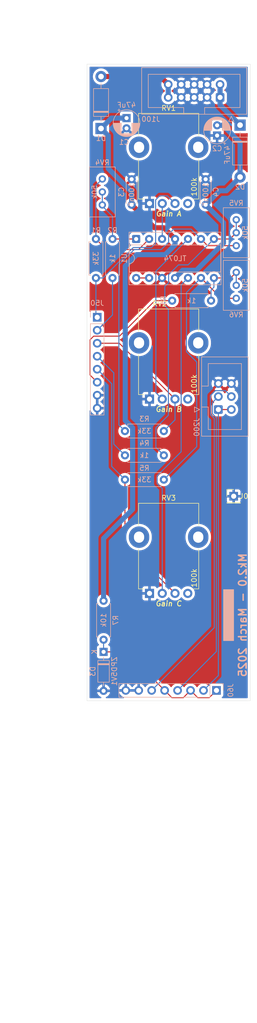
<source format=kicad_pcb>
(kicad_pcb (version 20241229) (generator "pcbnew") (generator_version "9.0")
  (title_block (rev "1") (company "DMH Instruments") (comment 1 "10cm Kosmo format synthesizer module PCB"))
  (layers (0 "F.Cu" signal) (2 "B.Cu" signal) (13 "F.Paste" user) (15 "B.Paste" user) (5 "F.SilkS" user "F.Silkscreen") (7 "B.SilkS" user "B.Silkscreen") (1 "F.Mask" user) (3 "B.Mask" user) (25 "Edge.Cuts" user))
  (net 0 "")
  (net 1 "+12V")
  (net 2 "GND")
  (net 3 "-12V")
  (net 4 "Net-(D1-A)")
  (net 5 "Net-(D2-K)")
  (net 6 "Net-(D3-K)")
  (net 7 "/Core Circuit/Att A Input")
  (net 8 "Net-(J200-Pin_2)")
  (net 9 "/Core Circuit/Att A Output")
  (net 10 "/Core Circuit/Att B Input")
  (net 11 "/Core Circuit/Att B Output")
  (net 12 "Net-(U1A--)")
  (net 13 "Net-(R2-Pad1)")
  (net 14 "Net-(U1B--)")
  (net 15 "Net-(R4-Pad1)")
  (net 16 "Net-(U1A-+)")
  (net 17 "Net-(U1B-+)")
  (net 18 "Net-(J200-Pin_1)")
  (net 19 "/Core Circuit/Att C Output")
  (net 20 "/Core Circuit/Att C Input")
  (net 21 "Net-(J200-Pin_5)")
  (net 22 "Net-(U1C--)")
  (net 23 "Net-(R6-Pad1)")
  (net 24 "Net-(U1C-+)")
  (net 25 "Net-(U1D--)")
  (footprint "SynthStuff:Potentiometer_TT_P110KH1" (layer "F.Cu") (at 80.5 146)
    (property "Reference" "RV3" (at 2.5 -18.65 0) (layer "F.SilkS"))
    (property "Value" "100k" (at 7.5 -3 90) (layer "F.SilkS"))
    (property "Function" "Gain C" (at 2.5 2 0) (layer "F.SilkS") (effects (font (thickness 0.2) (bold yes) (italic yes))))
    (pad "" thru_hole oval (at -3.3 -11) (size 4 4.2) (drill oval 2 2.2) (layers "*.Cu" "*.Mask"))
    (pad "" thru_hole circle (at 6.25 0) (size 1.8 1.8) (drill 1) (layers "*.Cu" "*.Mask"))
    (pad "" thru_hole oval (at 8.3 -11) (size 4 4.2) (drill oval 2 2.2) (layers "*.Cu" "*.Mask"))
    (pad "1" thru_hole rect (at -1.25 0) (size 1.8 1.8) (drill 1) (layers "*.Cu" "*.Mask") (net 2 "GND"))
    (pad "2" thru_hole circle (at 1.25 0) (size 1.8 1.8) (drill 1) (layers "*.Cu" "*.Mask") (net 24 "Net-(U1C-+)"))
    (pad "3" thru_hole circle (at 3.75 0) (size 1.8 1.8) (drill 1) (layers "*.Cu" "*.Mask") (net 20 "/Core Circuit/Att C Input"))
  )
  (footprint "SynthStuff:Potentiometer_TT_P110KH1" (layer "F.Cu") (at 80.5 69.75)
    (property "Reference" "RV1" (at 2.5 -18.65 0) (layer "F.SilkS"))
    (property "Value" "100k" (at 7.5 -3.25 90) (layer "F.SilkS"))
    (property "Function" "Gain A" (at 2.5 2 0) (layer "F.SilkS") (effects (font (thickness 0.2) (bold yes) (italic yes))))
    (pad "" thru_hole oval (at -3.3 -11) (size 4 4.2) (drill oval 2 2.2) (layers "*.Cu" "*.Mask"))
    (pad "" thru_hole circle (at 6.25 0) (size 1.8 1.8) (drill 1) (layers "*.Cu" "*.Mask"))
    (pad "" thru_hole oval (at 8.3 -11) (size 4 4.2) (drill oval 2 2.2) (layers "*.Cu" "*.Mask"))
    (pad "1" thru_hole rect (at -1.25 0) (size 1.8 1.8) (drill 1) (layers "*.Cu" "*.Mask") (net 2 "GND"))
    (pad "2" thru_hole circle (at 1.25 0) (size 1.8 1.8) (drill 1) (layers "*.Cu" "*.Mask") (net 16 "Net-(U1A-+)"))
    (pad "3" thru_hole circle (at 3.75 0) (size 1.8 1.8) (drill 1) (layers "*.Cu" "*.Mask") (net 7 "/Core Circuit/Att A Input"))
  )
  (footprint "Connector_PinHeader_2.54mm:PinHeader_1x01_P2.54mm_Vertical" (layer "F.Cu") (at 95.75 127)
    (property "Reference" "J0" (at 2 0 0) (layer "F.SilkS"))
    (property "Value" "Conn_01x01" (hide yes))
    (pad "1" thru_hole rect (at 0 0) (size 1.7 1.7) (drill 1) (layers "*.Cu" "*.Mask") (net 2 "GND"))
  )
  (footprint "SynthStuff:Potentiometer_TT_P110KH1" (layer "F.Cu") (at 80.5 108)
    (property "Reference" "RV2" (at 0.75 -18.65 0) (layer "F.SilkS"))
    (property "Value" "100k" (at 7.5 -3 90) (layer "F.SilkS"))
    (property "Function" "Gain B" (at 2.5 2 0) (layer "F.SilkS") (effects (font (thickness 0.2) (bold yes) (italic yes))))
    (pad "" thru_hole oval (at -3.3 -11) (size 4 4.2) (drill oval 2 2.2) (layers "*.Cu" "*.Mask"))
    (pad "" thru_hole circle (at 6.25 0) (size 1.8 1.8) (drill 1) (layers "*.Cu" "*.Mask"))
    (pad "" thru_hole oval (at 8.3 -11) (size 4 4.2) (drill oval 2 2.2) (layers "*.Cu" "*.Mask"))
    (pad "1" thru_hole rect (at -1.25 0) (size 1.8 1.8) (drill 1) (layers "*.Cu" "*.Mask") (net 2 "GND"))
    (pad "2" thru_hole circle (at 1.25 0) (size 1.8 1.8) (drill 1) (layers "*.Cu" "*.Mask") (net 17 "Net-(U1B-+)"))
    (pad "3" thru_hole circle (at 3.75 0) (size 1.8 1.8) (drill 1) (layers "*.Cu" "*.Mask") (net 10 "/Core Circuit/Att B Input"))
  )
  (footprint "Resistor_THT:R_Axial_DIN0207_L6.3mm_D2.5mm_P7.62mm_Horizontal" (layer "B.Cu") (at 82.06 119 180)
    (property "Reference" "R4" (at 3.81 2.37 0) (layer "B.SilkS") (effects (justify mirror)))
    (property "Value" "1k" (at 3.81 0 0) (layer "B.SilkS") (effects (justify mirror)))
    (pad "1" thru_hole circle (at 0 0 180) (size 1.6 1.6) (drill 0.8) (layers "*.Cu" "*.Mask") (net 15 "Net-(R4-Pad1)"))
    (pad "2" thru_hole oval (at 7.62 0 180) (size 1.6 1.6) (drill 0.8) (layers "*.Cu" "*.Mask") (net 11 "/Core Circuit/Att B Output"))
  )
  (footprint "Potentiometer_THT:Potentiometer_Bourns_3296W_Vertical" (layer "B.Cu") (at 70 64.95 90)
    (property "Reference" "RV4" (at 3.21 0 180) (layer "B.SilkS") (effects (justify mirror)))
    (property "Value" "50k" (at -2.55 -1.5 90) (layer "B.SilkS") (effects (justify mirror)))
    (pad "1" thru_hole circle (at 0 0 90) (size 1.44 1.44) (drill 0.8) (layers "*.Cu" "*.Mask") (net 12 "Net-(U1A--)"))
    (pad "2" thru_hole circle (at -2.54 0 90) (size 1.44 1.44) (drill 0.8) (layers "*.Cu" "*.Mask") (net 13 "Net-(R2-Pad1)"))
    (pad "3" thru_hole circle (at -5.08 0 90) (size 1.44 1.44) (drill 0.8) (layers "*.Cu" "*.Mask") (net 13 "Net-(R2-Pad1)"))
  )
  (footprint "Resistor_THT:R_Axial_DIN0207_L6.3mm_D2.5mm_P7.62mm_Horizontal" (layer "B.Cu") (at 91.31 88.75 180)
    (property "Reference" "R6" (at 9.31 0 90) (layer "B.SilkS") (effects (justify mirror)))
    (property "Value" "1k" (at 3.81 0 0) (layer "B.SilkS") (effects (justify mirror)))
    (pad "1" thru_hole circle (at 0 0 180) (size 1.6 1.6) (drill 0.8) (layers "*.Cu" "*.Mask") (net 23 "Net-(R6-Pad1)"))
    (pad "2" thru_hole oval (at 7.62 0 180) (size 1.6 1.6) (drill 0.8) (layers "*.Cu" "*.Mask") (net 19 "/Core Circuit/Att C Output"))
  )
  (footprint "Potentiometer_THT:Potentiometer_Bourns_3296W_Vertical" (layer "B.Cu") (at 96.25 88.29 -90)
    (property "Reference" "RV6" (at 3.21 0 180) (layer "B.SilkS") (effects (justify mirror)))
    (property "Value" "50k" (at -2.55 -1.75 90) (layer "B.SilkS") (effects (justify mirror)))
    (pad "1" thru_hole circle (at 0 0 270) (size 1.44 1.44) (drill 0.8) (layers "*.Cu" "*.Mask") (net 22 "Net-(U1C--)"))
    (pad "2" thru_hole circle (at -2.54 0 270) (size 1.44 1.44) (drill 0.8) (layers "*.Cu" "*.Mask") (net 23 "Net-(R6-Pad1)"))
    (pad "3" thru_hole circle (at -5.08 0 270) (size 1.44 1.44) (drill 0.8) (layers "*.Cu" "*.Mask") (net 23 "Net-(R6-Pad1)"))
  )
  (footprint "Connector_PinSocket_2.54mm:PinSocket_1x08_P2.54mm_Vertical" (layer "B.Cu") (at 69 92 180)
    (property "Reference" "J50" (at 0 2.77 0) (layer "B.SilkS") (effects (justify mirror)))
    (property "Value" "Conn_01x08" (hide yes))
    (pad "1" thru_hole rect (at 0 0 180) (size 1.7 1.7) (drill 1) (layers "*.Cu" "*.Mask") (net 7 "/Core Circuit/Att A Input"))
    (pad "2" thru_hole oval (at 0 -2.54 180) (size 1.7 1.7) (drill 1) (layers "*.Cu" "*.Mask") (net 9 "/Core Circuit/Att A Output"))
    (pad "3" thru_hole oval (at 0 -5.08 180) (size 1.7 1.7) (drill 1) (layers "*.Cu" "*.Mask") (net 10 "/Core Circuit/Att B Input"))
    (pad "4" thru_hole oval (at 0 -7.62 180) (size 1.7 1.7) (drill 1) (layers "*.Cu" "*.Mask") (net 11 "/Core Circuit/Att B Output"))
    (pad "5" thru_hole oval (at 0 -10.16 180) (size 1.7 1.7) (drill 1) (layers "*.Cu" "*.Mask") (net 20 "/Core Circuit/Att C Input"))
    (pad "6" thru_hole oval (at 0 -12.7 180) (size 1.7 1.7) (drill 1) (layers "*.Cu" "*.Mask") (net 19 "/Core Circuit/Att C Output"))
    (pad "7" thru_hole oval (at 0 -15.24 180) (size 1.7 1.7) (drill 1) (layers "*.Cu" "*.Mask") (net 2 "GND"))
    (pad "8" thru_hole oval (at 0 -17.78 180) (size 1.7 1.7) (drill 1) (layers "*.Cu" "*.Mask") (net 2 "GND"))
  )
  (footprint "Capacitor_THT:C_Disc_D4.3mm_W1.9mm_P5.00mm" (layer "B.Cu") (at 90.25 65 -90)
    (property "Reference" "C4" (at 2.5 -2 90) (layer "B.SilkS") (effects (justify mirror)))
    (property "Value" "100nF" (at 3 0 90) (layer "B.SilkS") (effects (justify mirror)))
    (pad "1" thru_hole circle (at 0 0 270) (size 1.6 1.6) (drill 0.8) (layers "*.Cu" "*.Mask") (net 2 "GND"))
    (pad "2" thru_hole circle (at 5 0 270) (size 1.6 1.6) (drill 0.8) (layers "*.Cu" "*.Mask") (net 3 "-12V"))
  )
  (footprint "Diode_THT:D_DO-35_SOD27_P7.62mm_Horizontal" (layer "B.Cu") (at 70.25 157.44 -90)
    (property "Reference" "D3" (at 3.81 2.12 90) (layer "B.SilkS") (effects (justify mirror)))
    (property "Value" "ZPD5V1" (at 3.81 -2.12 90) (layer "B.SilkS") (effects (justify mirror)))
    (fp_text user "K" (at 0 1.8 90) (layer "B.SilkS") (effects (justify mirror)))
    (pad "1" thru_hole rect (at 0 0 270) (size 1.6 1.6) (drill 0.8) (layers "*.Cu" "*.Mask") (net 6 "Net-(D3-K)"))
    (pad "2" thru_hole oval (at 7.62 0 270) (size 1.6 1.6) (drill 0.8) (layers "*.Cu" "*.Mask") (net 2 "GND"))
  )
  (footprint "Resistor_THT:R_Axial_DIN0207_L6.3mm_D2.5mm_P7.62mm_Horizontal" (layer "B.Cu") (at 70.25 155.06 90)
    (property "Reference" "R7" (at 3.81 2.37 90) (layer "B.SilkS") (effects (justify mirror)))
    (property "Value" "10k" (at 3.81 0 90) (layer "B.SilkS") (effects (justify mirror)))
    (pad "1" thru_hole circle (at 0 0 90) (size 1.6 1.6) (drill 0.8) (layers "*.Cu" "*.Mask") (net 6 "Net-(D3-K)"))
    (pad "2" thru_hole oval (at 7.62 0 90) (size 1.6 1.6) (drill 0.8) (layers "*.Cu" "*.Mask") (net 1 "+12V"))
  )
  (footprint "Diode_THT:D_DO-41_SOD81_P10.16mm_Horizontal" (layer "B.Cu") (at 97 54.42 -90)
    (property "Reference" "D2" (at 12.08 0 180) (layer "B.SilkS") (effects (justify mirror)))
    (property "Value" "SB140-")
    (pad "1" thru_hole rect (at 0 0 270) (size 2.2 2.2) (drill 1.1) (layers "*.Cu" "*.Mask") (net 5 "Net-(D2-K)"))
    (pad "2" thru_hole oval (at 10.16 0 270) (size 2.2 2.2) (drill 1.1) (layers "*.Cu" "*.Mask") (net 3 "-12V"))
  )
  (footprint "Resistor_THT:R_Axial_DIN0207_L6.3mm_D2.5mm_P7.62mm_Horizontal" (layer "B.Cu") (at 72 76.69 -90)
    (property "Reference" "R2" (at -1.69 0 180) (layer "B.SilkS") (effects (justify mirror)))
    (property "Value" "1k" (at 3.81 0 90) (layer "B.SilkS") (effects (justify mirror)))
    (pad "1" thru_hole circle (at 0 0 270) (size 1.6 1.6) (drill 0.8) (layers "*.Cu" "*.Mask") (net 13 "Net-(R2-Pad1)"))
    (pad "2" thru_hole oval (at 7.62 0 270) (size 1.6 1.6) (drill 0.8) (layers "*.Cu" "*.Mask") (net 9 "/Core Circuit/Att A Output"))
  )
  (footprint "Potentiometer_THT:Potentiometer_Bourns_3296W_Vertical" (layer "B.Cu") (at 96.25 78 -90)
    (property "Reference" "RV5" (at -8.33 0 180) (layer "B.SilkS") (effects (justify mirror)))
    (property "Value" "50k" (at -2.55 -1.75 90) (layer "B.SilkS") (effects (justify mirror)))
    (pad "1" thru_hole circle (at 0 0 270) (size 1.44 1.44) (drill 0.8) (layers "*.Cu" "*.Mask") (net 14 "Net-(U1B--)"))
    (pad "2" thru_hole circle (at -2.54 0 270) (size 1.44 1.44) (drill 0.8) (layers "*.Cu" "*.Mask") (net 15 "Net-(R4-Pad1)"))
    (pad "3" thru_hole circle (at -5.08 0 270) (size 1.44 1.44) (drill 0.8) (layers "*.Cu" "*.Mask") (net 15 "Net-(R4-Pad1)"))
  )
  (footprint "Package_DIP:DIP-14_W7.62mm_Socket" (layer "B.Cu") (at 76.635 76.69 -90)
    (property "Reference" "U1" (at 3.81 2.33 90) (layer "B.SilkS") (effects (justify mirror)))
    (property "Value" "TL074" (at 3.81 -7.62 0) (layer "B.SilkS") (effects (justify mirror)))
    (pad "1" thru_hole roundrect (at 0 0 270) (size 1.6 1.6) (drill 0.8) (layers "*.Cu" "*.Mask") (roundrect_rratio 0.15625) (net 13 "Net-(R2-Pad1)"))
    (pad "2" thru_hole circle (at 0 -2.54 270) (size 1.6 1.6) (drill 0.8) (layers "*.Cu" "*.Mask") (net 12 "Net-(U1A--)"))
    (pad "3" thru_hole circle (at 0 -5.08 270) (size 1.6 1.6) (drill 0.8) (layers "*.Cu" "*.Mask") (net 16 "Net-(U1A-+)"))
    (pad "4" thru_hole circle (at 0 -7.62 270) (size 1.6 1.6) (drill 0.8) (layers "*.Cu" "*.Mask") (net 1 "+12V"))
    (pad "5" thru_hole circle (at 0 -10.16 270) (size 1.6 1.6) (drill 0.8) (layers "*.Cu" "*.Mask") (net 17 "Net-(U1B-+)"))
    (pad "6" thru_hole circle (at 0 -12.7 270) (size 1.6 1.6) (drill 0.8) (layers "*.Cu" "*.Mask") (net 14 "Net-(U1B--)"))
    (pad "7" thru_hole circle (at 0 -15.24 270) (size 1.6 1.6) (drill 0.8) (layers "*.Cu" "*.Mask") (net 15 "Net-(R4-Pad1)"))
    (pad "8" thru_hole circle (at 7.62 -15.24 270) (size 1.6 1.6) (drill 0.8) (layers "*.Cu" "*.Mask") (net 23 "Net-(R6-Pad1)"))
    (pad "9" thru_hole circle (at 7.62 -12.7 270) (size 1.6 1.6) (drill 0.8) (layers "*.Cu" "*.Mask") (net 22 "Net-(U1C--)"))
    (pad "10" thru_hole circle (at 7.62 -10.16 270) (size 1.6 1.6) (drill 0.8) (layers "*.Cu" "*.Mask") (net 24 "Net-(U1C-+)"))
    (pad "11" thru_hole circle (at 7.62 -7.62 270) (size 1.6 1.6) (drill 0.8) (layers "*.Cu" "*.Mask") (net 3 "-12V"))
    (pad "12" thru_hole circle (at 7.62 -5.08 270) (size 1.6 1.6) (drill 0.8) (layers "*.Cu" "*.Mask") (net 2 "GND"))
    (pad "13" thru_hole circle (at 7.62 -2.54 270) (size 1.6 1.6) (drill 0.8) (layers "*.Cu" "*.Mask") (net 25 "Net-(U1D--)"))
    (pad "14" thru_hole circle (at 7.62 0 270) (size 1.6 1.6) (drill 0.8) (layers "*.Cu" "*.Mask") (net 25 "Net-(U1D--)"))
  )
  (footprint "Diode_THT:D_DO-41_SOD81_P10.16mm_Horizontal" (layer "B.Cu") (at 69.75 55.08 90)
    (property "Reference" "D1" (at -1.92 0 180) (layer "B.SilkS") (effects (justify mirror)))
    (property "Value" "SB140+")
    (pad "1" thru_hole rect (at 0 0 90) (size 2.2 2.2) (drill 1.1) (layers "*.Cu" "*.Mask") (net 1 "+12V"))
    (pad "2" thru_hole oval (at 10.16 0 90) (size 2.2 2.2) (drill 1.1) (layers "*.Cu" "*.Mask") (net 4 "Net-(D1-A)"))
  )
  (footprint "Resistor_THT:R_Axial_DIN0207_L6.3mm_D2.5mm_P7.62mm_Horizontal" (layer "B.Cu") (at 82.06 114.25 180)
    (property "Reference" "R3" (at 3.81 2.37 0) (layer "B.SilkS") (effects (justify mirror)))
    (property "Value" "33k" (at 3.81 0 0) (layer "B.SilkS") (effects (justify mirror)))
    (pad "1" thru_hole circle (at 0 0 180) (size 1.6 1.6) (drill 0.8) (layers "*.Cu" "*.Mask") (net 10 "/Core Circuit/Att B Input"))
    (pad "2" thru_hole oval (at 7.62 0 180) (size 1.6 1.6) (drill 0.8) (layers "*.Cu" "*.Mask") (net 14 "Net-(U1B--)"))
  )
  (footprint "Resistor_THT:R_Axial_DIN0207_L6.3mm_D2.5mm_P7.62mm_Horizontal" (layer "B.Cu") (at 74.44 123.75)
    (property "Reference" "R5" (at 3.81 -2.25 0) (layer "B.SilkS") (effects (justify mirror)))
    (property "Value" "33k" (at 3.81 0 0) (layer "B.SilkS") (effects (justify mirror)))
    (pad "1" thru_hole circle (at 0 0) (size 1.6 1.6) (drill 0.8) (layers "*.Cu" "*.Mask") (net 20 "/Core Circuit/Att C Input"))
    (pad "2" thru_hole oval (at 7.62 0) (size 1.6 1.6) (drill 0.8) (layers "*.Cu" "*.Mask") (net 22 "Net-(U1C--)"))
  )
  (footprint "Capacitor_THT:CP_Radial_D5.0mm_P2.00mm" (layer "B.Cu") (at 92.5 56.455113 90)
    (property "Reference" "C2" (at -2.544887 0 180) (layer "B.SilkS") (effects (justify mirror)))
    (property "Value" "47uF" (at -3.794887 2 270) (layer "B.SilkS") (effects (justify mirror)))
    (pad "1" thru_hole rect (at 0 0 90) (size 1.6 1.6) (drill 0.8) (layers "*.Cu" "*.Mask") (net 2 "GND"))
    (pad "2" thru_hole circle (at 2 0 90) (size 1.6 1.6) (drill 0.8) (layers "*.Cu" "*.Mask") (net 3 "-12V"))
  )
  (footprint "Capacitor_THT:C_Disc_D4.3mm_W1.9mm_P5.00mm" (layer "B.Cu") (at 75.75 70 90)
    (property "Reference" "C3" (at 2.5 -2 90) (layer "B.SilkS") (effects (justify mirror)))
    (property "Value" "100nF" (at 2 0 90) (layer "B.SilkS") (effects (justify mirror)))
    (pad "1" thru_hole circle (at 0 0 90) (size 1.6 1.6) (drill 0.8) (layers "*.Cu" "*.Mask") (net 1 "+12V"))
    (pad "2" thru_hole circle (at 5 0 90) (size 1.6 1.6) (drill 0.8) (layers "*.Cu" "*.Mask") (net 2 "GND"))
  )
  (footprint "Resistor_THT:R_Axial_DIN0207_L6.3mm_D2.5mm_P7.62mm_Horizontal" (layer "B.Cu") (at 68.75 84.31 90)
    (property "Reference" "R1" (at 9.31 0 180) (layer "B.SilkS") (effects (justify mirror)))
    (property "Value" "33k" (at 3.81 0 90) (layer "B.SilkS") (effects (justify mirror)))
    (pad "1" thru_hole circle (at 0 0 90) (size 1.6 1.6) (drill 0.8) (layers "*.Cu" "*.Mask") (net 7 "/Core Circuit/Att A Input"))
    (pad "2" thru_hole oval (at 7.62 0 90) (size 1.6 1.6) (drill 0.8) (layers "*.Cu" "*.Mask") (net 12 "Net-(U1A--)"))
  )
  (footprint "SynthStuff:IDC-Header_2x05_P2.54mm_Vertical_Eurorack" (layer "B.Cu") (at 93.08 49.0025 90)
    (property "Reference" "J100" (at -4.2475 -13.58 0) (layer "B.SilkS") (effects (justify mirror)))
    (property "Value" "IDC_02x05")
    (pad "1a" thru_hole roundrect (at 0 0 90) (size 1.7 1.7) (drill 1) (layers "*.Cu" "*.Mask") (roundrect_rratio 0.147059) (net 5 "Net-(D2-K)"))
    (pad "1b" thru_hole circle (at 2.54 0 90) (size 1.7 1.7) (drill 1) (layers "*.Cu" "*.Mask") (net 5 "Net-(D2-K)"))
    (pad "2a" thru_hole circle (at 0 -2.54 90) (size 1.7 1.7) (drill 1) (layers "*.Cu" "*.Mask") (net 2 "GND"))
    (pad "2b" thru_hole circle (at 2.54 -2.54 90) (size 1.7 1.7) (drill 1) (layers "*.Cu" "*.Mask") (net 2 "GND"))
    (pad "3a" thru_hole circle (at 0 -5.08 90) (size 1.7 1.7) (drill 1) (layers "*.Cu" "*.Mask") (net 2 "GND"))
    (pad "3b" thru_hole circle (at 2.54 -5.08 90) (size 1.7 1.7) (drill 1) (layers "*.Cu" "*.Mask") (net 2 "GND"))
    (pad "4a" thru_hole circle (at 0 -7.62 90) (size 1.7 1.7) (drill 1) (layers "*.Cu" "*.Mask") (net 2 "GND"))
    (pad "4b" thru_hole circle (at 2.54 -7.62 90) (size 1.7 1.7) (drill 1) (layers "*.Cu" "*.Mask") (net 2 "GND"))
    (pad "5a" thru_hole circle (at 0 -10.16 90) (size 1.7 1.7) (drill 1) (layers "*.Cu" "*.Mask") (net 4 "Net-(D1-A)"))
    (pad "5b" thru_hole circle (at 2.54 -10.16 90) (size 1.7 1.7) (drill 1) (layers "*.Cu" "*.Mask") (net 4 "Net-(D1-A)"))
  )
  (footprint "Connector_PinSocket_2.54mm:PinSocket_1x08_P2.54mm_Vertical" (layer "B.Cu") (at 92.375 164.975 90)
    (property "Reference" "J60" (at 0 2.77 90) (layer "B.SilkS") (effects (justify mirror)))
    (property "Value" "Conn_01x08" (hide yes))
    (pad "1" thru_hole rect (at 0 0 90) (size 1.7 1.7) (drill 1) (layers "*.Cu" "*.Mask") (net 6 "Net-(D3-K)"))
    (pad "2" thru_hole oval (at 0 -2.54 90) (size 1.7 1.7) (drill 1) (layers "*.Cu" "*.Mask") (net 18 "Net-(J200-Pin_1)"))
    (pad "3" thru_hole oval (at 0 -5.08 90) (size 1.7 1.7) (drill 1) (layers "*.Cu" "*.Mask") (net 6 "Net-(D3-K)"))
    (pad "4" thru_hole oval (at 0 -7.62 90) (size 1.7 1.7) (drill 1) (layers "*.Cu" "*.Mask") (net 8 "Net-(J200-Pin_2)"))
    (pad "5" thru_hole oval (at 0 -10.16 90) (size 1.7 1.7) (drill 1) (layers "*.Cu" "*.Mask") (net 6 "Net-(D3-K)"))
    (pad "6" thru_hole oval (at 0 -12.7 90) (size 1.7 1.7) (drill 1) (layers "*.Cu" "*.Mask") (net 21 "Net-(J200-Pin_5)"))
    (pad "7" thru_hole oval (at 0 -15.24 90) (size 1.7 1.7) (drill 1) (layers "*.Cu" "*.Mask") (net 2 "GND"))
    (pad "8" thru_hole oval (at 0 -17.78 90) (size 1.7 1.7) (drill 1) (layers "*.Cu" "*.Mask") (net 2 "GND"))
  )
  (footprint "Capacitor_THT:CP_Radial_D5.0mm_P2.00mm" (layer "B.Cu") (at 74.75 53.044888 -90)
    (property "Reference" "C1" (at 4.705112 0.5 180) (layer "B.SilkS") (effects (justify mirror)))
    (property "Value" "47uF" (at -2.544888 0 180) (layer "B.SilkS") (effects (justify mirror)))
    (pad "1" thru_hole rect (at 0 0 270) (size 1.6 1.6) (drill 0.8) (layers "*.Cu" "*.Mask") (net 1 "+12V"))
    (pad "2" thru_hole circle (at 2 0 270) (size 1.6 1.6) (drill 0.8) (layers "*.Cu" "*.Mask") (net 2 "GND"))
  )
  (footprint "SynthStuff:IDC-Header_2x03_P2.54mm_Vertical_BackBone" (layer "B.Cu") (at 92.7475 110.045)
    (property "Reference" "J200" (at -4.2475 3.455 90) (layer "B.SilkS") (effects (justify mirror)))
    (property "Value" "BackBone_Connector_6pin" (hide yes))
    (pad "1" thru_hole roundrect (at 0 0) (size 1.7 1.7) (drill 1) (layers "*.Cu" "*.Mask") (roundrect_rratio 0.147059) (net 18 "Net-(J200-Pin_1)"))
    (pad "2" thru_hole circle (at 0 -2.54) (size 1.7 1.7) (drill 1) (layers "*.Cu" "*.Mask") (net 8 "Net-(J200-Pin_2)"))
    (pad "3" thru_hole circle (at 0 -5.08) (size 1.7 1.7) (drill 1) (layers "*.Cu" "*.Mask") (net 2 "GND"))
    (pad "4" thru_hole circle (at 2.54 0) (size 1.7 1.7) (drill 1) (layers "*.Cu" "*.Mask") (net 18 "Net-(J200-Pin_1)"))
    (pad "5" thru_hole circle (at 2.54 -2.54) (size 1.7 1.7) (drill 1) (layers "*.Cu" "*.Mask") (net 21 "Net-(J200-Pin_5)"))
    (pad "6" thru_hole circle (at 2.54 -5.08) (size 1.7 1.7) (drill 1) (layers "*.Cu" "*.Mask") (net 2 "GND"))
  )
  (gr_rect (start 93.75 145.25) (end 95.75 155.25) (stroke (width 0.1)) (fill yes) (layer "B.SilkS"))
  (gr_rect (start 67 42.5) (end 99 167) (stroke (width 0.05)) (fill no) (layer "Edge.Cuts"))
  (gr_text "Mk2.0 - March 2025" (at 97.5 150.25 90) (layer "B.SilkS") (effects (font (size 1.5 1.5) (thickness 0.3) (bold yes)) (justify mirror)))
  (segment (start 82.065 74.5) (end 84.255 76.69) (width 1) (layer "F.Cu") (net 1))
  (segment (start 80.25 74.5) (end 82.065 74.5) (width 1) (layer "F.Cu") (net 1))
  (segment (start 75.75 70) (end 80.25 74.5) (width 1) (layer "F.Cu") (net 1))
  (segment (start 74.499 112.186265) (end 75.941 113.628265) (width 1) (layer "B.Cu") (net 1))
  (segment (start 76.75 79.75) (end 74.499 82.001) (width 1) (layer "B.Cu") (net 1))
  (segment (start 75.75 67.5) (end 75.75 70) (width 1) (layer "B.Cu") (net 1))
  (segment (start 74.499 82.001) (end 74.499 112.186265) (width 1) (layer "B.Cu") (net 1))
  (segment (start 69.75 55.08) (end 71.785112 53.044888) (width 1) (layer "B.Cu") (net 1))
  (segment (start 84.255 77.82137) (end 82.32637 79.75) (width 1) (layer "B.Cu") (net 1))
  (segment (start 71.171 62.921) (end 75.75 67.5) (width 1) (layer "B.Cu") (net 1))
  (segment (start 82.32637 79.75) (end 76.75 79.75) (width 1) (layer "B.Cu") (net 1))
  (segment (start 71.785112 53.044888) (end 74.75 53.044888) (width 1) (layer "B.Cu") (net 1))
  (segment (start 75.941 113.628265) (end 75.941 129.559) (width 1) (layer "B.Cu") (net 1))
  (segment (start 84.255 76.69) (end 84.255 77.82137) (width 1) (layer "B.Cu") (net 1))
  (segment (start 70.25 135.25) (end 70.25 147.44) (width 1) (layer "B.Cu") (net 1))
  (segment (start 71.171 56.501) (end 71.171 62.921) (width 1) (layer "B.Cu") (net 1))
  (segment (start 75.941 129.559) (end 70.25 135.25) (width 1) (layer "B.Cu") (net 1))
  (segment (start 69.75 55.08) (end 71.171 56.501) (width 1) (layer "B.Cu") (net 1))
  (segment (start 94.33 67.25) (end 93 67.25) (width 1) (layer "B.Cu") (net 3))
  (segment (start 93.63137 54.455113) (end 97 57.823743) (width 1) (layer "B.Cu") (net 3))
  (segment (start 88.441 82.809) (end 85.756 82.809) (width 1) (layer "B.Cu") (net 3))
  (segment (start 97 64.58) (end 94.33 67.25) (width 1) (layer "B.Cu") (net 3))
  (segment (start 92.5 54.455113) (end 93.63137 54.455113) (width 1) (layer "B.Cu") (net 3))
  (segment (start 97 57.823743) (end 97 64.58) (width 1) (layer "B.Cu") (net 3))
  (segment (start 93.75 73.5) (end 93.75 77.5) (width 1) (layer "B.Cu") (net 3))
  (segment (start 93 67.25) (end 90.25 70) (width 1) (layer "B.Cu") (net 3))
  (segment (start 85.756 82.809) (end 84.255 84.31) (width 1) (layer "B.Cu") (net 3))
  (segment (start 90.25 70) (end 93.75 73.5) (width 1) (layer "B.Cu") (net 3))
  (segment (start 93.75 77.5) (end 88.441 82.809) (width 1) (layer "B.Cu") (net 3))
  (segment (start 69.75 44.92) (end 81.3775 44.92) (width 1) (layer "F.Cu") (net 4))
  (segment (start 81.3775 44.92) (end 82.92 46.4625) (width 1) (layer "F.Cu") (net 4))
  (segment (start 82.92 49.0025) (end 82.92 46.4625) (width 1) (layer "B.Cu") (net 4))
  (segment (start 93.08 49.0025) (end 93.08 46.4625) (width 1) (layer "B.Cu") (net 5))
  (segment (start 93.08 49.0025) (end 93.08 50.5) (width 1) (layer "B.Cu") (net 5))
  (segment (start 93.08 50.5) (end 97 54.42) (width 1) (layer "B.Cu") (net 5))
  (segment (start 88.719 166.399) (end 90.951 166.399) (width 0.2) (layer "F.Cu") (net 6))
  (segment (start 82.215 164.975) (end 83.639 166.399) (width 0.2) (layer "F.Cu") (net 6))
  (segment (start 87.295 164.975) (end 88.719 166.399) (width 0.2) (layer "F.Cu") (net 6))
  (segment (start 90.951 166.399) (end 92.375 164.975) (width 0.2) (layer "F.Cu") (net 6))
  (segment (start 74.68 157.44) (end 82.215 164.975) (width 0.2) (layer "F.Cu") (net 6))
  (segment (start 70.25 157.44) (end 74.68 157.44) (width 0.2) (layer "F.Cu") (net 6))
  (segment (start 83.639 166.399) (end 85.871 166.399) (width 0.2) (layer "F.Cu") (net 6))
  (segment (start 85.871 166.399) (end 87.295 164.975) (width 0.2) (layer "F.Cu") (net 6))
  (segment (start 70.25 157.44) (end 70.25 155.06) (width 0.2) (layer "B.Cu") (net 6))
  (segment (start 80.451 77.549) (end 79.651 78.349) (width 0.2) (layer "B.Cu") (net 7))
  (segment (start 82.75 68.25) (end 81.25 68.25) (width 0.2) (layer "B.Cu") (net 7))
  (segment (start 76.0839 78.349) (end 70.1229 84.31) (width 0.2) (layer "B.Cu") (net 7))
  (segment (start 68.75 84.31) (end 68.75 91.75) (width 0.2) (layer "B.Cu") (net 7))
  (segment (start 84.25 69.75) (end 82.75 68.25) (width 0.2) (layer "B.Cu") (net 7))
  (segment (start 80.451 69.049) (end 80.451 77.549) (width 0.2) (layer "B.Cu") (net 7))
  (segment (start 79.651 78.349) (end 76.0839 78.349) (width 0.2) (layer "B.Cu") (net 7))
  (segment (start 68.75 91.75) (end 69 92) (width 0.2) (layer "B.Cu") (net 7))
  (segment (start 81.25 68.25) (end 80.451 69.049) (width 0.2) (layer "B.Cu") (net 7))
  (segment (start 70.1229 84.31) (end 68.75 84.31) (width 0.2) (layer "B.Cu") (net 7))
  (segment (start 92.3465 157.3835) (end 84.755 164.975) (width 0.2) (layer "B.Cu") (net 8))
  (segment (start 92.7475 107.505) (end 91.5965 108.656) (width 0.2) (layer "B.Cu") (net 8))
  (segment (start 92.3465 111.63016) (end 92.3465 157.3835) (width 0.2) (layer "B.Cu") (net 8))
  (segment (start 91.5965 108.656) (end 91.5965 110.88016) (width 0.2) (layer "B.Cu") (net 8))
  (segment (start 91.5965 110.88016) (end 92.3465 111.63016) (width 0.2) (layer "B.Cu") (net 8))
  (segment (start 72 84.31) (end 72 91.54) (width 0.2) (layer "B.Cu") (net 9))
  (segment (start 72 91.54) (end 69 94.54) (width 0.2) (layer "B.Cu") (net 9))
  (segment (start 73.33 97.08) (end 84.25 108) (width 0.2) (layer "F.Cu") (net 10))
  (segment (start 69 97.08) (end 73.33 97.08) (width 0.2) (layer "F.Cu") (net 10))
  (segment (start 82.06 114.25) (end 84.25 112.06) (width 0.2) (layer "B.Cu") (net 10))
  (segment (start 84.25 112.06) (end 84.25 108) (width 0.2) (layer "B.Cu") (net 10))
  (segment (start 72.25 102.87) (end 72.25 116.81) (width 0.2) (layer "B.Cu") (net 11))
  (segment (start 69 99.62) (end 72.25 102.87) (width 0.2) (layer "B.Cu") (net 11))
  (segment (start 72.25 116.81) (end 74.44 119) (width 0.2) (layer "B.Cu") (net 11))
  (segment (start 70.81 78.75) (end 77.115 78.75) (width 0.2) (layer "F.Cu") (net 12))
  (segment (start 77.115 78.75) (end 79.175 76.69) (width 0.2) (layer "F.Cu") (net 12))
  (segment (start 68.75 76.69) (end 70.81 78.75) (width 0.2) (layer "F.Cu") (net 12))
  (segment (start 68.75 66.2) (end 70 64.95) (width 0.2) (layer "B.Cu") (net 12))
  (segment (start 68.75 76.69) (end 68.75 66.2) (width 0.2) (layer "B.Cu") (net 12))
  (segment (start 72 76.69) (end 76.635 76.69) (width 0.2) (layer "F.Cu") (net 13))
  (segment (start 70 70.25) (end 72 72.25) (width 0.2) (layer "B.Cu") (net 13))
  (segment (start 70 70.03) (end 70 67.49) (width 0.2) (layer "B.Cu") (net 13))
  (segment (start 70 70.03) (end 70 70.25) (width 0.2) (layer "B.Cu") (net 13))
  (segment (start 72 72.25) (end 72 76.69) (width 0.2) (layer "B.Cu") (net 13))
  (segment (start 90.645 78) (end 96.25 78) (width 0.2) (layer "F.Cu") (net 14))
  (segment (start 89.335 76.69) (end 90.645 78) (width 0.2) (layer "F.Cu") (net 14))
  (segment (start 83 75.75) (end 84 74.75) (width 0.2) (layer "B.Cu") (net 14))
  (segment (start 87.395 74.75) (end 89.335 76.69) (width 0.2) (layer "B.Cu") (net 14))
  (segment (start 76.25 78.75) (end 81.55005 78.75) (width 0.2) (layer "B.Cu") (net 14))
  (segment (start 81.55005 78.75) (end 83 77.30005) (width 0.2) (layer "B.Cu") (net 14))
  (segment (start 83 77.30005) (end 83 75.75) (width 0.2) (layer "B.Cu") (net 14))
  (segment (start 74.44 114.25) (end 73.25 113.06) (width 0.2) (layer "B.Cu") (net 14))
  (segment (start 84 74.75) (end 87.395 74.75) (width 0.2) (layer "B.Cu") (net 14))
  (segment (start 73.25 113.06) (end 73.25 81.75) (width 0.2) (layer "B.Cu") (net 14))
  (segment (start 73.25 81.75) (end 76.25 78.75) (width 0.2) (layer "B.Cu") (net 14))
  (segment (start 91.875 76.69) (end 95.02 76.69) (width 0.2) (layer "F.Cu") (net 15))
  (segment (start 95.02 76.69) (end 96.25 75.46) (width 0.2) (layer "F.Cu") (net 15))
  (segment (start 96.25 75.46) (end 96.25 72.92) (width 0.2) (layer "B.Cu") (net 15))
  (segment (start 80.5 113.611966) (end 80.5 117.44) (width 0.2) (layer "B.Cu") (net 15))
  (segment (start 82.951 111.160966) (end 80.5 113.611966) (width 0.2) (layer "B.Cu") (net 15))
  (segment (start 82.951 90.451) (end 82.951 111.160966) (width 0.2) (layer "B.Cu") (net 15))
  (segment (start 84.91995 81.75) (end 83 83.66995) (width 0.2) (layer "B.Cu") (net 15))
  (segment (start 80.5 117.44) (end 82.06 119) (width 0.2) (layer "B.Cu") (net 15))
  (segment (start 91.875 76.69) (end 86.815 81.75) (width 0.2) (layer "B.Cu") (net 15))
  (segment (start 82.25 89.75) (end 82.951 90.451) (width 0.2) (layer "B.Cu") (net 15))
  (segment (start 83 83.66995) (end 83 85.25) (width 0.2) (layer "B.Cu") (net 15))
  (segment (start 82.25 86) (end 82.25 89.75) (width 0.2) (layer "B.Cu") (net 15))
  (segment (start 83 85.25) (end 82.25 86) (width 0.2) (layer "B.Cu") (net 15))
  (segment (start 86.815 81.75) (end 84.91995 81.75) (width 0.2) (layer "B.Cu") (net 15))
  (segment (start 81.75 76.655) (end 81.715 76.69) (width 0.2) (layer "B.Cu") (net 16))
  (segment (start 81.75 69.75) (end 81.75 76.655) (width 0.2) (layer "B.Cu") (net 16))
  (segment (start 86.795 76.69) (end 80.5 82.985) (width 0.2) (layer "B.Cu") (net 17))
  (segment (start 80.5 106.75) (end 81.75 108) (width 0.2) (layer "B.Cu") (net 17))
  (segment (start 80.5 82.985) (end 80.5 106.75) (width 0.2) (layer "B.Cu") (net 17))
  (segment (start 92.7475 110.045) (end 95.2875 110.045) (width 0.2) (layer "F.Cu") (net 18))
  (segment (start 92.7475 162.0625) (end 89.835 164.975) (width 0.2) (layer "B.Cu") (net 18))
  (segment (start 92.7475 110.045) (end 92.7475 162.0625) (width 0.2) (layer "B.Cu") (net 18))
  (segment (start 69 104.7) (end 67.601 103.301) (width 0.2) (layer "F.Cu") (net 19))
  (segment (start 68.309 95.691) (end 73.369062 95.691) (width 0.2) (layer "F.Cu") (net 19))
  (segment (start 67.601 103.301) (end 67.601 96.399) (width 0.2) (layer "F.Cu") (net 19))
  (segment (start 67.601 96.399) (end 68.309 95.691) (width 0.2) (layer "F.Cu") (net 19))
  (segment (start 80.310062 88.75) (end 83.69 88.75) (width 0.2) (layer "F.Cu") (net 19))
  (segment (start 73.369062 95.691) (end 80.310062 88.75) (width 0.2) (layer "F.Cu") (net 19))
  (segment (start 74.44 123.75) (end 74.44 136.19) (width 0.2) (layer "F.Cu") (net 20))
  (segment (start 74.44 136.19) (end 84.25 146) (width 0.2) (layer "F.Cu") (net 20))
  (segment (start 71.849 105.009) (end 71.849 121.159) (width 0.2) (layer "B.Cu") (net 20))
  (segment (start 71.849 121.159) (end 74.44 123.75) (width 0.2) (layer "B.Cu") (net 20))
  (segment (start 69 102.16) (end 71.849 105.009) (width 0.2) (layer "B.Cu") (net 20))
  (segment (start 95.2875 107.505) (end 94.1365 106.354) (width 0.2) (layer "B.Cu") (net 21))
  (segment (start 91.9455 152.7045) (end 79.675 164.975) (width 0.2) (layer "B.Cu") (net 21))
  (segment (start 94.1365 106.354) (end 92.146 106.354) (width 0.2) (layer "B.Cu") (net 21))
  (segment (start 92.146 106.354) (end 91.1955 107.3045) (width 0.2) (layer "B.Cu") (net 21))
  (segment (start 91.1955 107.3045) (end 91.1955 111.04626) (width 0.2) (layer "B.Cu") (net 21))
  (segment (start 91.1955 111.04626) (end 91.9455 111.79626) (width 0.2) (layer "B.Cu") (net 21))
  (segment (start 91.9455 111.79626) (end 91.9455 152.7045) (width 0.2) (layer "B.Cu") (net 21))
  (segment (start 89.335 84.31) (end 93.315 88.29) (width 0.2) (layer "F.Cu") (net 22))
  (segment (start 93.315 88.29) (end 96.25 88.29) (width 0.2) (layer "F.Cu") (net 22))
  (segment (start 82.06 123.75) (end 88.5 117.31) (width 0.2) (layer "B.Cu") (net 22))
  (segment (start 88.5 100.75) (end 86.499 98.749) (width 0.2) (layer "B.Cu") (net 22))
  (segment (start 86.499 98.749) (end 86.499 87.146) (width 0.2) (layer "B.Cu") (net 22))
  (segment (start 88.5 117.31) (end 88.5 100.75) (width 0.2) (layer "B.Cu") (net 22))
  (segment (start 86.499 87.146) (end 89.335 84.31) (width 0.2) (layer "B.Cu") (net 22))
  (segment (start 91.875 84.31) (end 95.15 84.31) (width 0.2) (layer "F.Cu") (net 23))
  (segment (start 95.15 84.31) (end 96.25 83.21) (width 0.2) (layer "F.Cu") (net 23))
  (segment (start 91.875 86.125) (end 91.875 84.31) (width 0.2) (layer "B.Cu") (net 23))
  (segment (start 91.31 88.75) (end 91.31 86.69) (width 0.2) (layer "B.Cu") (net 23))
  (segment (start 96.25 85.75) (end 96.25 83.21) (width 0.2) (layer "B.Cu") (net 23))
  (segment (start 91.31 86.69) (end 91.875 86.125) (width 0.2) (layer "B.Cu") (net 23))
  (segment (start 80.75 124.5) (end 81.75 125.5) (width 0.2) (layer "B.Cu") (net 24))
  (segment (start 86.795 84.31) (end 85.451 85.654) (width 0.2) (layer "B.Cu") (net 24))
  (segment (start 85.451 118.299) (end 80.75 123) (width 0.2) (layer "B.Cu") (net 24))
  (segment (start 85.451 85.654) (end 85.451 118.299) (width 0.2) (layer "B.Cu") (net 24))
  (segment (start 80.75 123) (end 80.75 124.5) (width 0.2) (layer "B.Cu") (net 24))
  (segment (start 81.75 125.5) (end 81.75 146) (width 0.2) (layer "B.Cu") (net 24))
  (segment (start 76.635 84.31) (end 79.175 84.31) (width 0.2) (layer "F.Cu") (net 25))
  (zone (net 2) (net_name "GND") (layers "F.Cu" "B.Cu") (name "Ground_Planes") (connect_pads (clearance 0.5)) (min_thickness 0.25) (fill yes (thermal_gap 0.5) (thermal_bridge_width 0.5))
    (polygon (pts (xy 67 42.5) (xy 99 42.5) (xy 99 167) (xy 67 167)))
  )
)
</source>
